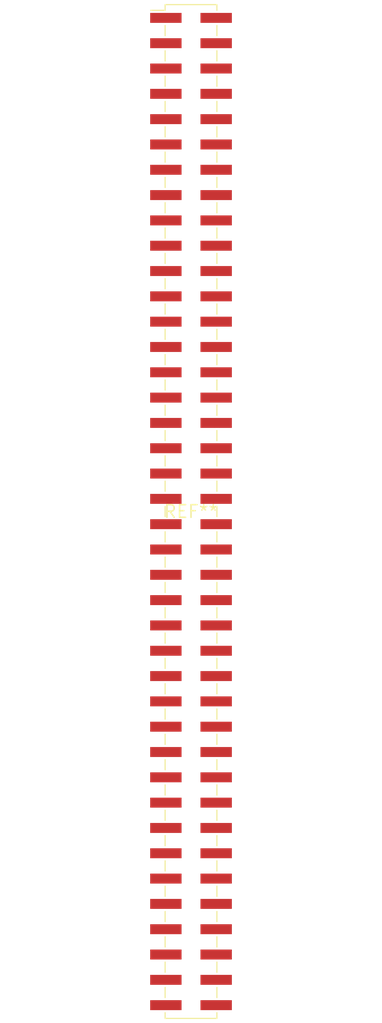
<source format=kicad_pcb>
(kicad_pcb (version 20240108) (generator pcbnew)
  (layers (0 "F.Cu" signal) (31 "B.Cu" signal) (34 "B.Paste" user) (35 "F.Paste" user) (36 "B.SilkS" user "B.Silkscreen") (37 "F.SilkS" user "F.Silkscreen") (38 "B.Mask" user) (39 "F.Mask" user) (44 "Edge.Cuts" user))
  (net 0 "")
  (footprint "PinHeader_2x40_P2.54mm_Vertical_SMD" (layer "F.Cu") (at 0 0)
    (property "Reference" "REF**")
    (property "Value" "PinHeader_2x40_P2.54mm_Vertical_SMD")
    (fp_line (start -4.04 -50.29) (end -2.6 -50.29) (layer "F.SilkS") (stroke (width 0.12)))
    (fp_line (start -2.6 -50.86) (end -2.6 -50.29) (layer "F.SilkS") (stroke (width 0.12)))
    (fp_line (start -2.6 -50.86) (end 2.6 -50.86) (layer "F.SilkS") (stroke (width 0.12)))
    (fp_line (start -2.6 -48.77) (end -2.6 -47.75) (layer "F.SilkS") (stroke (width 0.12)))
    (fp_line (start -2.6 -46.23) (end -2.6 -45.21) (layer "F.SilkS") (stroke (width 0.12)))
    (fp_line (start -2.6 -43.69) (end -2.6 -42.67) (layer "F.SilkS") (stroke (width 0.12)))
    (fp_line (start -2.6 -41.15) (end -2.6 -40.13) (layer "F.SilkS") (stroke (width 0.12)))
    (fp_line (start -2.6 -38.61) (end -2.6 -37.59) (layer "F.SilkS") (stroke (width 0.12)))
    (fp_line (start -2.6 -36.07) (end -2.6 -35.05) (layer "F.SilkS") (stroke (width 0.12)))
    (fp_line (start -2.6 -33.53) (end -2.6 -32.51) (layer "F.SilkS") (stroke (width 0.12)))
    (fp_line (start -2.6 -30.99) (end -2.6 -29.97) (layer "F.SilkS") (stroke (width 0.12)))
    (fp_line (start -2.6 -28.45) (end -2.6 -27.43) (layer "F.SilkS") (stroke (width 0.12)))
    (fp_line (start -2.6 -25.91) (end -2.6 -24.89) (layer "F.SilkS") (stroke (width 0.12)))
    (fp_line (start -2.6 -23.37) (end -2.6 -22.35) (layer "F.SilkS") (stroke (width 0.12)))
    (fp_line (start -2.6 -20.83) (end -2.6 -19.81) (layer "F.SilkS") (stroke (width 0.12)))
    (fp_line (start -2.6 -18.29) (end -2.6 -17.27) (layer "F.SilkS") (stroke (width 0.12)))
    (fp_line (start -2.6 -15.75) (end -2.6 -14.73) (layer "F.SilkS") (stroke (width 0.12)))
    (fp_line (start -2.6 -13.21) (end -2.6 -12.19) (layer "F.SilkS") (stroke (width 0.12)))
    (fp_line (start -2.6 -10.67) (end -2.6 -9.65) (layer "F.SilkS") (stroke (width 0.12)))
    (fp_line (start -2.6 -8.13) (end -2.6 -7.11) (layer "F.SilkS") (stroke (width 0.12)))
    (fp_line (start -2.6 -5.59) (end -2.6 -4.57) (layer "F.SilkS") (stroke (width 0.12)))
    (fp_line (start -2.6 -3.05) (end -2.6 -2.03) (layer "F.SilkS") (stroke (width 0.12)))
    (fp_line (start -2.6 -0.51) (end -2.6 0.51) (layer "F.SilkS") (stroke (width 0.12)))
    (fp_line (start -2.6 2.03) (end -2.6 3.05) (layer "F.SilkS") (stroke (width 0.12)))
    (fp_line (start -2.6 4.57) (end -2.6 5.59) (layer "F.SilkS") (stroke (width 0.12)))
    (fp_line (start -2.6 7.11) (end -2.6 8.13) (layer "F.SilkS") (stroke (width 0.12)))
    (fp_line (start -2.6 9.65) (end -2.6 10.67) (layer "F.SilkS") (stroke (width 0.12)))
    (fp_line (start -2.6 12.19) (end -2.6 13.21) (layer "F.SilkS") (stroke (width 0.12)))
    (fp_line (start -2.6 14.73) (end -2.6 15.75) (layer "F.SilkS") (stroke (width 0.12)))
    (fp_line (start -2.6 17.27) (end -2.6 18.29) (layer "F.SilkS") (stroke (width 0.12)))
    (fp_line (start -2.6 19.81) (end -2.6 20.83) (layer "F.SilkS") (stroke (width 0.12)))
    (fp_line (start -2.6 22.35) (end -2.6 23.37) (layer "F.SilkS") (stroke (width 0.12)))
    (fp_line (start -2.6 24.89) (end -2.6 25.91) (layer "F.SilkS") (stroke (width 0.12)))
    (fp_line (start -2.6 27.43) (end -2.6 28.45) (layer "F.SilkS") (stroke (width 0.12)))
    (fp_line (start -2.6 29.97) (end -2.6 30.99) (layer "F.SilkS") (stroke (width 0.12)))
    (fp_line (start -2.6 32.51) (end -2.6 33.53) (layer "F.SilkS") (stroke (width 0.12)))
    (fp_line (start -2.6 35.05) (end -2.6 36.07) (layer "F.SilkS") (stroke (width 0.12)))
    (fp_line (start -2.6 37.59) (end -2.6 38.61) (layer "F.SilkS") (stroke (width 0.12)))
    (fp_line (start -2.6 40.13) (end -2.6 41.15) (layer "F.SilkS") (stroke (width 0.12)))
    (fp_line (start -2.6 42.67) (end -2.6 43.69) (layer "F.SilkS") (stroke (width 0.12)))
    (fp_line (start -2.6 45.21) (end -2.6 46.23) (layer "F.SilkS") (stroke (width 0.12)))
    (fp_line (start -2.6 47.75) (end -2.6 48.77) (layer "F.SilkS") (stroke (width 0.12)))
    (fp_line (start -2.6 50.29) (end -2.6 50.86) (layer "F.SilkS") (stroke (width 0.12)))
    (fp_line (start -2.6 50.86) (end 2.6 50.86) (layer "F.SilkS") (stroke (width 0.12)))
    (fp_line (start 2.6 -50.86) (end 2.6 -50.29) (layer "F.SilkS") (stroke (width 0.12)))
    (fp_line (start 2.6 -48.77) (end 2.6 -47.75) (layer "F.SilkS") (stroke (width 0.12)))
    (fp_line (start 2.6 -46.23) (end 2.6 -45.21) (layer "F.SilkS") (stroke (width 0.12)))
    (fp_line (start 2.6 -43.69) (end 2.6 -42.67) (layer "F.SilkS") (stroke (width 0.12)))
    (fp_line (start 2.6 -41.15) (end 2.6 -40.13) (layer "F.SilkS") (stroke (width 0.12)))
    (fp_line (start 2.6 -38.61) (end 2.6 -37.59) (layer "F.SilkS") (stroke (width 0.12)))
    (fp_line (start 2.6 -36.07) (end 2.6 -35.05) (layer "F.SilkS") (stroke (width 0.12)))
    (fp_line (start 2.6 -33.53) (end 2.6 -32.51) (layer "F.SilkS") (stroke (width 0.12)))
    (fp_line (start 2.6 -30.99) (end 2.6 -29.97) (layer "F.SilkS") (stroke (width 0.12)))
    (fp_line (start 2.6 -28.45) (end 2.6 -27.43) (layer "F.SilkS") (stroke (width 0.12)))
    (fp_line (start 2.6 -25.91) (end 2.6 -24.89) (layer "F.SilkS") (stroke (width 0.12)))
    (fp_line (start 2.6 -23.37) (end 2.6 -22.35) (layer "F.SilkS") (stroke (width 0.12)))
    (fp_line (start 2.6 -20.83) (end 2.6 -19.81) (layer "F.SilkS") (stroke (width 0.12)))
    (fp_line (start 2.6 -18.29) (end 2.6 -17.27) (layer "F.SilkS") (stroke (width 0.12)))
    (fp_line (start 2.6 -15.75) (end 2.6 -14.73) (layer "F.SilkS") (stroke (width 0.12)))
    (fp_line (start 2.6 -13.21) (end 2.6 -12.19) (layer "F.SilkS") (stroke (width 0.12)))
    (fp_line (start 2.6 -10.67) (end 2.6 -9.65) (layer "F.SilkS") (stroke (width 0.12)))
    (fp_line (start 2.6 -8.13) (end 2.6 -7.11) (layer "F.SilkS") (stroke (width 0.12)))
    (fp_line (start 2.6 -5.59) (end 2.6 -4.57) (layer "F.SilkS") (stroke (width 0.12)))
    (fp_line (start 2.6 -3.05) (end 2.6 -2.03) (layer "F.SilkS") (stroke (width 0.12)))
    (fp_line (start 2.6 -0.51) (end 2.6 0.51) (layer "F.SilkS") (stroke (width 0.12)))
    (fp_line (start 2.6 2.03) (end 2.6 3.05) (layer "F.SilkS") (stroke (width 0.12)))
    (fp_line (start 2.6 4.57) (end 2.6 5.59) (layer "F.SilkS") (stroke (width 0.12)))
    (fp_line (start 2.6 7.11) (end 2.6 8.13) (layer "F.SilkS") (stroke (width 0.12)))
    (fp_line (start 2.6 9.65) (end 2.6 10.67) (layer "F.SilkS") (stroke (width 0.12)))
    (fp_line (start 2.6 12.19) (end 2.6 13.21) (layer "F.SilkS") (stroke (width 0.12)))
    (fp_line (start 2.6 14.73) (end 2.6 15.75) (layer "F.SilkS") (stroke (width 0.12)))
    (fp_line (start 2.6 17.27) (end 2.6 18.29) (layer "F.SilkS") (stroke (width 0.12)))
    (fp_line (start 2.6 19.81) (end 2.6 20.83) (layer "F.SilkS") (stroke (width 0.12)))
    (fp_line (start 2.6 22.35) (end 2.6 23.37) (layer "F.SilkS") (stroke (width 0.12)))
    (fp_line (start 2.6 24.89) (end 2.6 25.91) (layer "F.SilkS") (stroke (width 0.12)))
    (fp_line (start 2.6 27.43) (end 2.6 28.45) (layer "F.SilkS") (stroke (width 0.12)))
    (fp_line (start 2.6 29.97) (end 2.6 30.99) (layer "F.SilkS") (stroke (width 0.12)))
    (fp_line (start 2.6 32.51) (end 2.6 33.53) (layer "F.SilkS") (stroke (width 0.12)))
    (fp_line (start 2.6 35.05) (end 2.6 36.07) (layer "F.SilkS") (stroke (width 0.12)))
    (fp_line (start 2.6 37.59) (end 2.6 38.61) (layer "F.SilkS") (stroke (width 0.12)))
    (fp_line (start 2.6 40.13) (end 2.6 41.15) (layer "F.SilkS") (stroke (width 0.12)))
    (fp_line (start 2.6 42.67) (end 2.6 43.69) (layer "F.SilkS") (stroke (width 0.12)))
    (fp_line (start 2.6 45.21) (end 2.6 46.23) (layer "F.SilkS") (stroke (width 0.12)))
    (fp_line (start 2.6 47.75) (end 2.6 48.77) (layer "F.SilkS") (stroke (width 0.12)))
    (fp_line (start 2.6 50.29) (end 2.6 50.86) (layer "F.SilkS") (stroke (width 0.12)))
    (pad "1" smd rect (at -2.525 -49.53) (size 3.15 1) (layers "F.Cu" "F.Paste" "F.Mask"))
    (pad "2" smd rect (at 2.525 -49.53) (size 3.15 1) (layers "F.Cu" "F.Paste" "F.Mask"))
    (pad "3" smd rect (at -2.525 -46.99) (size 3.15 1) (layers "F.Cu" "F.Paste" "F.Mask"))
    (pad "4" smd rect (at 2.525 -46.99) (size 3.15 1) (layers "F.Cu" "F.Paste" "F.Mask"))
    (pad "5" smd rect (at -2.525 -44.45) (size 3.15 1) (layers "F.Cu" "F.Paste" "F.Mask"))
    (pad "6" smd rect (at 2.525 -44.45) (size 3.15 1) (layers "F.Cu" "F.Paste" "F.Mask"))
    (pad "7" smd rect (at -2.525 -41.91) (size 3.15 1) (layers "F.Cu" "F.Paste" "F.Mask"))
    (pad "8" smd rect (at 2.525 -41.91) (size 3.15 1) (layers "F.Cu" "F.Paste" "F.Mask"))
    (pad "9" smd rect (at -2.525 -39.37) (size 3.15 1) (layers "F.Cu" "F.Paste" "F.Mask"))
    (pad "10" smd rect (at 2.525 -39.37) (size 3.15 1) (layers "F.Cu" "F.Paste" "F.Mask"))
    (pad "11" smd rect (at -2.525 -36.83) (size 3.15 1) (layers "F.Cu" "F.Paste" "F.Mask"))
    (pad "12" smd rect (at 2.525 -36.83) (size 3.15 1) (layers "F.Cu" "F.Paste" "F.Mask"))
    (pad "13" smd rect (at -2.525 -34.29) (size 3.15 1) (layers "F.Cu" "F.Paste" "F.Mask"))
    (pad "14" smd rect (at 2.525 -34.29) (size 3.15 1) (layers "F.Cu" "F.Paste" "F.Mask"))
    (pad "15" smd rect (at -2.525 -31.75) (size 3.15 1) (layers "F.Cu" "F.Paste" "F.Mask"))
    (pad "16" smd rect (at 2.525 -31.75) (size 3.15 1) (layers "F.Cu" "F.Paste" "F.Mask"))
    (pad "17" smd rect (at -2.525 -29.21) (size 3.15 1) (layers "F.Cu" "F.Paste" "F.Mask"))
    (pad "18" smd rect (at 2.525 -29.21) (size 3.15 1) (layers "F.Cu" "F.Paste" "F.Mask"))
    (pad "19" smd rect (at -2.525 -26.67) (size 3.15 1) (layers "F.Cu" "F.Paste" "F.Mask"))
    (pad "20" smd rect (at 2.525 -26.67) (size 3.15 1) (layers "F.Cu" "F.Paste" "F.Mask"))
    (pad "21" smd rect (at -2.525 -24.13) (size 3.15 1) (layers "F.Cu" "F.Paste" "F.Mask"))
    (pad "22" smd rect (at 2.525 -24.13) (size 3.15 1) (layers "F.Cu" "F.Paste" "F.Mask"))
    (pad "23" smd rect (at -2.525 -21.59) (size 3.15 1) (layers "F.Cu" "F.Paste" "F.Mask"))
    (pad "24" smd rect (at 2.525 -21.59) (size 3.15 1) (layers "F.Cu" "F.Paste" "F.Mask"))
    (pad "25" smd rect (at -2.525 -19.05) (size 3.15 1) (layers "F.Cu" "F.Paste" "F.Mask"))
    (pad "26" smd rect (at 2.525 -19.05) (size 3.15 1) (layers "F.Cu" "F.Paste" "F.Mask"))
    (pad "27" smd rect (at -2.525 -16.51) (size 3.15 1) (layers "F.Cu" "F.Paste" "F.Mask"))
    (pad "28" smd rect (at 2.525 -16.51) (size 3.15 1) (layers "F.Cu" "F.Paste" "F.Mask"))
    (pad "29" smd rect (at -2.525 -13.97) (size 3.15 1) (layers "F.Cu" "F.Paste" "F.Mask"))
    (pad "30" smd rect (at 2.525 -13.97) (size 3.15 1) (layers "F.Cu" "F.Paste" "F.Mask"))
    (pad "31" smd rect (at -2.525 -11.43) (size 3.15 1) (layers "F.Cu" "F.Paste" "F.Mask"))
    (pad "32" smd rect (at 2.525 -11.43) (size 3.15 1) (layers "F.Cu" "F.Paste" "F.Mask"))
    (pad "33" smd rect (at -2.525 -8.89) (size 3.15 1) (layers "F.Cu" "F.Paste" "F.Mask"))
    (pad "34" smd rect (at 2.525 -8.89) (size 3.15 1) (layers "F.Cu" "F.Paste" "F.Mask"))
    (pad "35" smd rect (at -2.525 -6.35) (size 3.15 1) (layers "F.Cu" "F.Paste" "F.Mask"))
    (pad "36" smd rect (at 2.525 -6.35) (size 3.15 1) (layers "F.Cu" "F.Paste" "F.Mask"))
    (pad "37" smd rect (at -2.525 -3.81) (size 3.15 1) (layers "F.Cu" "F.Paste" "F.Mask"))
    (pad "38" smd rect (at 2.525 -3.81) (size 3.15 1) (layers "F.Cu" "F.Paste" "F.Mask"))
    (pad "39" smd rect (at -2.525 -1.27) (size 3.15 1) (layers "F.Cu" "F.Paste" "F.Mask"))
    (pad "40" smd rect (at 2.525 -1.27) (size 3.15 1) (layers "F.Cu" "F.Paste" "F.Mask"))
    (pad "41" smd rect (at -2.525 1.27) (size 3.15 1) (layers "F.Cu" "F.Paste" "F.Mask"))
    (pad "42" smd rect (at 2.525 1.27) (size 3.15 1) (layers "F.Cu" "F.Paste" "F.Mask"))
    (pad "43" smd rect (at -2.525 3.81) (size 3.15 1) (layers "F.Cu" "F.Paste" "F.Mask"))
    (pad "44" smd rect (at 2.525 3.81) (size 3.15 1) (layers "F.Cu" "F.Paste" "F.Mask"))
    (pad "45" smd rect (at -2.525 6.35) (size 3.15 1) (layers "F.Cu" "F.Paste" "F.Mask"))
    (pad "46" smd rect (at 2.525 6.35) (size 3.15 1) (layers "F.Cu" "F.Paste" "F.Mask"))
    (pad "47" smd rect (at -2.525 8.89) (size 3.15 1) (layers "F.Cu" "F.Paste" "F.Mask"))
    (pad "48" smd rect (at 2.525 8.89) (size 3.15 1) (layers "F.Cu" "F.Paste" "F.Mask"))
    (pad "49" smd rect (at -2.525 11.43) (size 3.15 1) (layers "F.Cu" "F.Paste" "F.Mask"))
    (pad "50" smd rect (at 2.525 11.43) (size 3.15 1) (layers "F.Cu" "F.Paste" "F.Mask"))
    (pad "51" smd rect (at -2.525 13.97) (size 3.15 1) (layers "F.Cu" "F.Paste" "F.Mask"))
    (pad "52" smd rect (at 2.525 13.97) (size 3.15 1) (layers "F.Cu" "F.Paste" "F.Mask"))
    (pad "53" smd rect (at -2.525 16.51) (size 3.15 1) (layers "F.Cu" "F.Paste" "F.Mask"))
    (pad "54" smd rect (at 2.525 16.51) (size 3.15 1) (layers "F.Cu" "F.Paste" "F.Mask"))
    (pad "55" smd rect (at -2.525 19.05) (size 3.15 1) (layers "F.Cu" "F.Paste" "F.Mask"))
    (pad "56" smd rect (at 2.525 19.05) (size 3.15 1) (layers "F.Cu" "F.Paste" "F.Mask"))
    (pad "57" smd rect (at -2.525 21.59) (size 3.15 1) (layers "F.Cu" "F.Paste" "F.Mask"))
    (pad "58" smd rect (at 2.525 21.59) (size 3.15 1) (layers "F.Cu" "F.Paste" "F.Mask"))
    (pad "59" smd rect (at -2.525 24.13) (size 3.15 1) (layers "F.Cu" "F.Paste" "F.Mask"))
    (pad "60" smd rect (at 2.525 24.13) (size 3.15 1) (layers "F.Cu" "F.Paste" "F.Mask"))
    (pad "61" smd rect (at -2.525 26.67) (size 3.15 1) (layers "F.Cu" "F.Paste" "F.Mask"))
    (pad "62" smd rect (at 2.525 26.67) (size 3.15 1) (layers "F.Cu" "F.Paste" "F.Mask"))
    (pad "63" smd rect (at -2.525 29.21) (size 3.15 1) (layers "F.Cu" "F.Paste" "F.Mask"))
    (pad "64" smd rect (at 2.525 29.21) (size 3.15 1) (layers "F.Cu" "F.Paste" "F.Mask"))
    (pad "65" smd rect (at -2.525 31.75) (size 3.15 1) (layers "F.Cu" "F.Paste" "F.Mask"))
    (pad "66" smd rect (at 2.525 31.75) (size 3.15 1) (layers "F.Cu" "F.Paste" "F.Mask"))
    (pad "67" smd rect (at -2.525 34.29) (size 3.15 1) (layers "F.Cu" "F.Paste" "F.Mask"))
    (pad "68" smd rect (at 2.525 34.29) (size 3.15 1) (layers "F.Cu" "F.Paste" "F.Mask"))
    (pad "69" smd rect (at -2.525 36.83) (size 3.15 1) (layers "F.Cu" "F.Paste" "F.Mask"))
    (pad "70" smd rect (at 2.525 36.83) (size 3.15 1) (layers "F.Cu" "F.Paste" "F.Mask"))
    (pad "71" smd rect (at -2.525 39.37) (size 3.15 1) (layers "F.Cu" "F.Paste" "F.Mask"))
    (pad "72" smd rect (at 2.525 39.37) (size 3.15 1) (layers "F.Cu" "F.Paste" "F.Mask"))
    (pad "73" smd rect (at -2.525 41.91) (size 3.15 1) (layers "F.Cu" "F.Paste" "F.Mask"))
    (pad "74" smd rect (at 2.525 41.91) (size 3.15 1) (layers "F.Cu" "F.Paste" "F.Mask"))
    (pad "75" smd rect (at -2.525 44.45) (size 3.15 1) (layers "F.Cu" "F.Paste" "F.Mask"))
    (pad "76" smd rect (at 2.525 44.45) (size 3.15 1) (layers "F.Cu" "F.Paste" "F.Mask"))
    (pad "77" smd rect (at -2.525 46.99) (size 3.15 1) (layers "F.Cu" "F.Paste" "F.Mask"))
    (pad "78" smd rect (at 2.525 46.99) (size 3.15 1) (layers "F.Cu" "F.Paste" "F.Mask"))
    (pad "79" smd rect (at -2.525 49.53) (size 3.15 1) (layers "F.Cu" "F.Paste" "F.Mask"))
    (pad "80" smd rect (at 2.525 49.53) (size 3.15 1) (layers "F.Cu" "F.Paste" "F.Mask"))
  )
)
</source>
